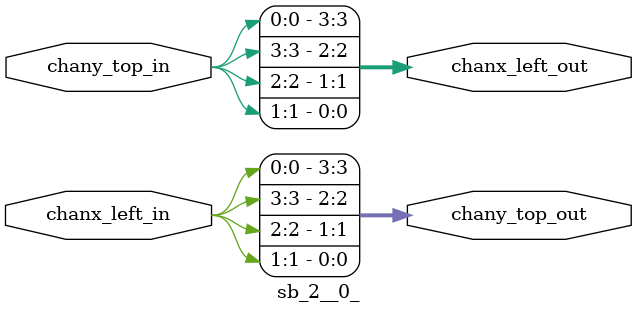
<source format=v>
`default_nettype none

module sb_2__0_(chany_top_in,
                chanx_left_in,
                chany_top_out,
                chanx_left_out);
//----- INPUT PORTS -----
input [0:3] chany_top_in;
//----- INPUT PORTS -----
input [0:3] chanx_left_in;
//----- OUTPUT PORTS -----
output [0:3] chany_top_out;
//----- OUTPUT PORTS -----
output [0:3] chanx_left_out;

//----- BEGIN wire-connection ports -----
//----- END wire-connection ports -----


//----- BEGIN Registered ports -----
//----- END Registered ports -----



// ----- BEGIN Local short connections -----
// ----- Local connection due to Wire 0 -----
// ----- Net source id 0 -----
// ----- Net sink id 0 -----
	assign chanx_left_out[0] = chany_top_in[0];
// ----- Local connection due to Wire 1 -----
// ----- Net source id 0 -----
// ----- Net sink id 0 -----
	assign chanx_left_out[3] = chany_top_in[1];
// ----- Local connection due to Wire 2 -----
// ----- Net source id 0 -----
// ----- Net sink id 0 -----
	assign chanx_left_out[2] = chany_top_in[2];
// ----- Local connection due to Wire 3 -----
// ----- Net source id 0 -----
// ----- Net sink id 0 -----
	assign chanx_left_out[1] = chany_top_in[3];
// ----- Local connection due to Wire 4 -----
// ----- Net source id 0 -----
// ----- Net sink id 0 -----
	assign chany_top_out[0] = chanx_left_in[0];
// ----- Local connection due to Wire 5 -----
// ----- Net source id 0 -----
// ----- Net sink id 0 -----
	assign chany_top_out[3] = chanx_left_in[1];
// ----- Local connection due to Wire 6 -----
// ----- Net source id 0 -----
// ----- Net sink id 0 -----
	assign chany_top_out[2] = chanx_left_in[2];
// ----- Local connection due to Wire 7 -----
// ----- Net source id 0 -----
// ----- Net sink id 0 -----
	assign chany_top_out[1] = chanx_left_in[3];
// ----- END Local short connections -----
// ----- BEGIN Local output short connections -----
// ----- END Local output short connections -----

endmodule
// ----- END Verilog module for sb_2__0_ -----

//----- Default net type -----
`default_nettype wire




</source>
